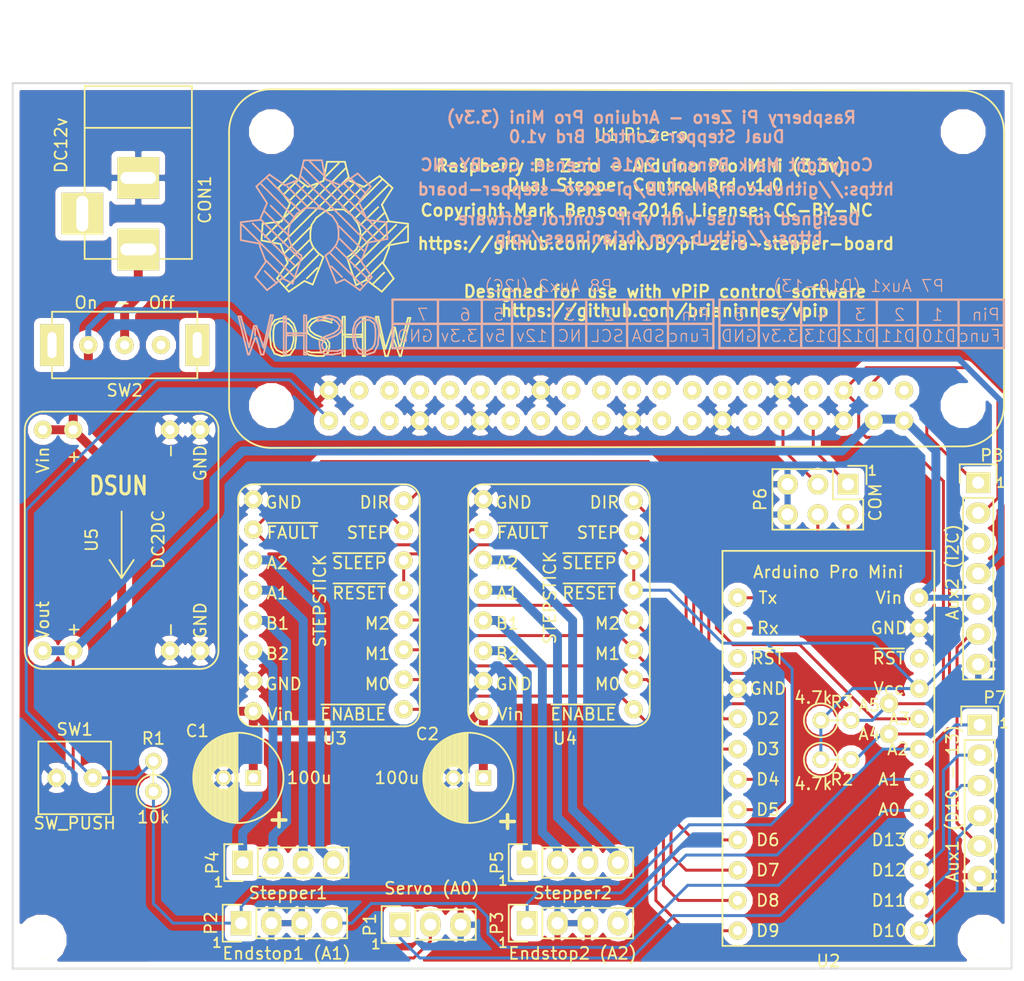
<source format=kicad_pcb>
(kicad_pcb (version 4) (host pcbnew 4.0.2-stable)
  (title_block (title "PiZero Arduino Stepper board") (date 2016-03-14) (rev v1.0) (comment 1 "Copyright Mark Benson 2016") (comment 2 "License: CC-BY-NC"))
  (layers (0 F.Cu signal) (31 B.Cu signal) (34 B.Paste user) (35 F.Paste user) (36 B.SilkS user) (37 F.SilkS user) (38 B.Mask user) (39 F.Mask user) (44 Edge.Cuts user))
  (net 0 "")
  (net 1 GND)
  (net 2 +12V)
  (net 3 "Net-(CON1-Pad3)")
  (net 4 /SERVO)
  (net 5 /VCC)
  (net 6 /ESTOP1)
  (net 7 /ESTOP2)
  (net 8 "Net-(P4-Pad1)")
  (net 9 "Net-(P4-Pad2)")
  (net 10 "Net-(P4-Pad3)")
  (net 11 "Net-(P4-Pad4)")
  (net 12 "Net-(P5-Pad1)")
  (net 13 "Net-(P5-Pad2)")
  (net 14 "Net-(P5-Pad3)")
  (net 15 "Net-(P5-Pad4)")
  (net 16 /PiTx)
  (net 17 /ArdRx)
  (net 18 /PiRx)
  (net 19 /ArdTx)
  (net 20 "Net-(U1-Pad1)")
  (net 21 "Net-(U1-Pad7)")
  (net 22 "Net-(U1-Pad11)")
  (net 23 "Net-(U1-Pad12)")
  (net 24 "Net-(U1-Pad13)")
  (net 25 "Net-(U1-Pad15)")
  (net 26 "Net-(U1-Pad16)")
  (net 27 "Net-(U1-Pad17)")
  (net 28 "Net-(U1-Pad18)")
  (net 29 "Net-(U1-Pad19)")
  (net 30 "Net-(U1-Pad21)")
  (net 31 "Net-(U1-Pad22)")
  (net 32 "Net-(U1-Pad23)")
  (net 33 "Net-(U1-Pad24)")
  (net 34 "Net-(U1-Pad26)")
  (net 35 "Net-(U1-Pad27)")
  (net 36 "Net-(U1-Pad28)")
  (net 37 "Net-(U1-Pad29)")
  (net 38 "Net-(U1-Pad31)")
  (net 39 "Net-(U1-Pad32)")
  (net 40 "Net-(U1-Pad33)")
  (net 41 "Net-(U1-Pad35)")
  (net 42 "Net-(U1-Pad36)")
  (net 43 "Net-(U1-Pad37)")
  (net 44 "Net-(U1-Pad38)")
  (net 45 "Net-(U2-Pad3)")
  (net 46 /DIR2)
  (net 47 /STEP2)
  (net 48 /DIR1)
  (net 49 /STEP1)
  (net 50 /M2)
  (net 51 /M1)
  (net 52 /M0)
  (net 53 /ENABLE)
  (net 54 /FAULT)
  (net 55 "Net-(U2-Pad22)")
  (net 56 /3v3)
  (net 57 /D10)
  (net 58 /D11)
  (net 59 /D12)
  (net 60 /D13)
  (net 61 "Net-(CON1-Pad1)")
  (net 62 /GPIO21)
  (net 63 "Net-(SW2-Pad3)")
  (net 64 /SDA)
  (net 65 /SCL)
  (net 66 "Net-(P8-Pad3)")
  (module custom:BARREL_JACK (layer F.Cu) (at 103.886 71.882 270)
    (fp_text reference CON1 (at 2.032 -5.588 450) (layer F.SilkS))
    (fp_text value DC12v (at -2.54 6.477 270) (layer F.SilkS))
    (pad 1 thru_hole rect (at 6.20014 0 270) (size 3.50012 3.50012) (drill oval 1.00076 2.99974) (layers *.Cu *.Mask F.SilkS) (net 61 "Net-(CON1-Pad1)"))
    (pad 2 thru_hole rect (at 0.20066 0 270) (size 3.50012 3.50012) (drill oval 1.00076 2.99974) (layers *.Cu *.Mask F.SilkS) (net 1 GND))
    (pad 3 thru_hole rect (at 3.2004 4.699 270) (size 3.50012 3.50012) (drill oval 2.99974 1.00076) (layers *.Cu *.Mask F.SilkS) (net 3 "Net-(CON1-Pad3)"))
  )
  (module Capacitors_ThroughHole:C_Radial_D7.5_L11.2_P2.5 (layer F.Cu) (at 113.538 122.428 180)
    (fp_text reference C1 (at 4.699 3.937 360) (layer F.SilkS))
    (fp_text value 100u (at -4.699 0 180) (layer F.SilkS))
    (pad 2 thru_hole circle (at 2.5 0 180) (size 1.3 1.3) (drill 0.8) (layers *.Cu *.Mask F.SilkS) (net 1 GND))
    (pad 1 thru_hole rect (at 0 0 180) (size 1.3 1.3) (drill 0.8) (layers *.Cu *.Mask F.SilkS) (net 2 +12V))
  )
  (module Capacitors_ThroughHole:C_Radial_D7.5_L11.2_P2.5 (layer F.Cu) (at 132.842 122.428 180)
    (fp_text reference C2 (at 4.699 3.683 360) (layer F.SilkS))
    (fp_text value 100u (at 7.239 0 180) (layer F.SilkS))
    (pad 2 thru_hole circle (at 2.5 0 180) (size 1.3 1.3) (drill 0.8) (layers *.Cu *.Mask F.SilkS) (net 1 GND))
    (pad 1 thru_hole rect (at 0 0 180) (size 1.3 1.3) (drill 0.8) (layers *.Cu *.Mask F.SilkS) (net 2 +12V))
  )
  (module Pin_Headers:Pin_Header_Straight_1x03 (layer F.Cu) (at 125.857 134.747 90)
    (fp_text reference P1 (at 0 -2.54 90) (layer F.SilkS))
    (fp_text value "Servo (A0)" (at 3.048 2.667 180) (layer F.SilkS))
    (pad 1 thru_hole rect (at 0 0 90) (size 2.032 1.7272) (drill 1.016) (layers *.Cu *.Mask F.SilkS) (net 4 /SERVO))
    (pad 2 thru_hole oval (at 0 2.54 90) (size 2.032 1.7272) (drill 1.016) (layers *.Cu *.Mask F.SilkS) (net 5 /VCC))
    (pad 3 thru_hole oval (at 0 5.08 90) (size 2.032 1.7272) (drill 1.016) (layers *.Cu *.Mask F.SilkS) (net 1 GND))
  )
  (module Pin_Headers:Pin_Header_Straight_1x04 (layer F.Cu) (at 112.522 134.62 90)
    (fp_text reference P2 (at 0 -2.54 90) (layer F.SilkS))
    (fp_text value "Endstop1 (A1)" (at -2.54 3.81 180) (layer F.SilkS))
    (pad 1 thru_hole rect (at 0 0 90) (size 2.032 1.7272) (drill 1.016) (layers *.Cu *.Mask F.SilkS) (net 56 /3v3))
    (pad 2 thru_hole oval (at 0 2.54 90) (size 2.032 1.7272) (drill 1.016) (layers *.Cu *.Mask F.SilkS) (net 1 GND))
    (pad 3 thru_hole oval (at 0 5.08 90) (size 2.032 1.7272) (drill 1.016) (layers *.Cu *.Mask F.SilkS) (net 1 GND))
    (pad 4 thru_hole oval (at 0 7.62 90) (size 2.032 1.7272) (drill 1.016) (layers *.Cu *.Mask F.SilkS) (net 6 /ESTOP1))
  )
  (module Pin_Headers:Pin_Header_Straight_1x04 (layer F.Cu) (at 136.525 134.62 90)
    (fp_text reference P3 (at 0 -2.54 90) (layer F.SilkS))
    (fp_text value "Endstop2 (A2)" (at -2.54 3.81 180) (layer F.SilkS))
    (pad 1 thru_hole rect (at 0 0 90) (size 2.032 1.7272) (drill 1.016) (layers *.Cu *.Mask F.SilkS) (net 56 /3v3))
    (pad 2 thru_hole oval (at 0 2.54 90) (size 2.032 1.7272) (drill 1.016) (layers *.Cu *.Mask F.SilkS) (net 1 GND))
    (pad 3 thru_hole oval (at 0 5.08 90) (size 2.032 1.7272) (drill 1.016) (layers *.Cu *.Mask F.SilkS) (net 1 GND))
    (pad 4 thru_hole oval (at 0 7.62 90) (size 2.032 1.7272) (drill 1.016) (layers *.Cu *.Mask F.SilkS) (net 7 /ESTOP2))
  )
  (module Pin_Headers:Pin_Header_Straight_1x04 (layer F.Cu) (at 112.649 129.54 90)
    (fp_text reference P4 (at 0 -2.54 90) (layer F.SilkS))
    (fp_text value Stepper1 (at -2.54 3.81 180) (layer F.SilkS))
    (pad 1 thru_hole rect (at 0 0 90) (size 2.032 1.7272) (drill 1.016) (layers *.Cu *.Mask F.SilkS) (net 8 "Net-(P4-Pad1)"))
    (pad 2 thru_hole oval (at 0 2.54 90) (size 2.032 1.7272) (drill 1.016) (layers *.Cu *.Mask F.SilkS) (net 9 "Net-(P4-Pad2)"))
    (pad 3 thru_hole oval (at 0 5.08 90) (size 2.032 1.7272) (drill 1.016) (layers *.Cu *.Mask F.SilkS) (net 10 "Net-(P4-Pad3)"))
    (pad 4 thru_hole oval (at 0 7.62 90) (size 2.032 1.7272) (drill 1.016) (layers *.Cu *.Mask F.SilkS) (net 11 "Net-(P4-Pad4)"))
  )
  (module Pin_Headers:Pin_Header_Straight_1x04 (layer F.Cu) (at 136.525 129.54 90)
    (fp_text reference P5 (at 0 -2.54 90) (layer F.SilkS))
    (fp_text value Stepper2 (at -2.54 3.81 180) (layer F.SilkS))
    (pad 1 thru_hole rect (at 0 0 90) (size 2.032 1.7272) (drill 1.016) (layers *.Cu *.Mask F.SilkS) (net 12 "Net-(P5-Pad1)"))
    (pad 2 thru_hole oval (at 0 2.54 90) (size 2.032 1.7272) (drill 1.016) (layers *.Cu *.Mask F.SilkS) (net 13 "Net-(P5-Pad2)"))
    (pad 3 thru_hole oval (at 0 5.08 90) (size 2.032 1.7272) (drill 1.016) (layers *.Cu *.Mask F.SilkS) (net 14 "Net-(P5-Pad3)"))
    (pad 4 thru_hole oval (at 0 7.62 90) (size 2.032 1.7272) (drill 1.016) (layers *.Cu *.Mask F.SilkS) (net 15 "Net-(P5-Pad4)"))
  )
  (module custom:Stepstick (layer F.Cu) (at 120.396 106.68)
    (fp_text reference U3 (at 0 12.446) (layer F.SilkS))
    (fp_text value STEPSTICK (at -1.27 0.889 90) (layer F.SilkS))
    (fp_text user DIR (at 3.302 -7.366) (layer F.SilkS))
    (fp_text user STEP (at 2.794 -4.826) (layer F.SilkS))
    (fp_text user ~SLEEP (at 2.032 -2.286) (layer F.SilkS))
    (fp_text user ~RESET (at 2.032 0.254) (layer F.SilkS))
    (fp_text user M2 (at 3.556 2.794) (layer F.SilkS))
    (fp_text user M1 (at 3.556 5.334) (layer F.SilkS))
    (fp_text user M0 (at 3.556 7.874) (layer F.SilkS))
    (fp_text user ~ENABLE (at 1.524 10.414) (layer F.SilkS))
    (fp_text user Vin (at -4.572 10.414) (layer F.SilkS))
    (fp_text user GND (at -4.318 7.874) (layer F.SilkS))
    (fp_text user B2 (at -4.826 5.334) (layer F.SilkS))
    (fp_text user B1 (at -4.826 2.794) (layer F.SilkS))
    (fp_text user A1 (at -4.826 0.254) (layer F.SilkS))
    (fp_text user A2 (at -4.826 -2.286) (layer F.SilkS))
    (fp_text user ~FAULT (at -3.556 -4.826) (layer F.SilkS))
    (fp_text user GND (at -4.318 -7.366) (layer F.SilkS))
    (pad 1 thru_hole circle (at -6.858 -7.62) (size 1.524 1.524) (drill 0.762) (layers *.Cu *.Mask F.SilkS) (net 1 GND))
    (pad 2 thru_hole circle (at -6.858 -5.08) (size 1.524 1.524) (drill 0.762) (layers *.Cu *.Mask F.SilkS) (net 54 /FAULT))
    (pad 3 thru_hole circle (at -6.858 -2.54) (size 1.524 1.524) (drill 0.762) (layers *.Cu *.Mask F.SilkS) (net 11 "Net-(P4-Pad4)"))
    (pad 4 thru_hole circle (at -6.858 0) (size 1.524 1.524) (drill 0.762) (layers *.Cu *.Mask F.SilkS) (net 10 "Net-(P4-Pad3)"))
    (pad 5 thru_hole circle (at -6.858 2.54) (size 1.524 1.524) (drill 0.762) (layers *.Cu *.Mask F.SilkS) (net 9 "Net-(P4-Pad2)"))
    (pad 6 thru_hole circle (at -6.858 5.08) (size 1.524 1.524) (drill 0.762) (layers *.Cu *.Mask F.SilkS) (net 8 "Net-(P4-Pad1)"))
    (pad 7 thru_hole circle (at -6.858 7.62) (size 1.524 1.524) (drill 0.762) (layers *.Cu *.Mask F.SilkS) (net 1 GND))
    (pad 8 thru_hole circle (at -6.858 10.16) (size 1.524 1.524) (drill 0.762) (layers *.Cu *.Mask F.SilkS) (net 2 +12V))
    (pad 9 thru_hole circle (at 5.762 10) (size 1.524 1.524) (drill 0.762) (layers *.Cu *.Mask F.SilkS) (net 53 /ENABLE))
    (pad 10 thru_hole circle (at 5.762 7.5) (size 1.524 1.524) (drill 0.762) (layers *.Cu *.Mask F.SilkS) (net 52 /M0))
    (pad 11 thru_hole circle (at 5.762 5) (size 1.524 1.524) (drill 0.762) (layers *.Cu *.Mask F.SilkS) (net 51 /M1))
    (pad 12 thru_hole circle (at 5.762 2.5) (size 1.524 1.524) (drill 0.762) (layers *.Cu *.Mask F.SilkS) (net 50 /M2))
    (pad 13 thru_hole circle (at 5.762 0) (size 1.524 1.524) (drill 0.762) (layers *.Cu *.Mask F.SilkS) (net 56 /3v3))
    (pad 14 thru_hole circle (at 5.762 -2.5) (size 1.524 1.524) (drill 0.762) (layers *.Cu *.Mask F.SilkS) (net 56 /3v3))
    (pad 15 thru_hole circle (at 5.762 -5) (size 1.524 1.524) (drill 0.762) (layers *.Cu *.Mask F.SilkS) (net 49 /STEP1))
    (pad 16 thru_hole circle (at 5.762 -7.5) (size 1.524 1.524) (drill 0.762) (layers *.Cu *.Mask F.SilkS) (net 48 /DIR1))
  )
  (module custom:Stepstick (layer F.Cu) (at 139.7 106.68)
    (fp_text reference U4 (at 0 12.446) (layer F.SilkS))
    (fp_text value STEPSTICK (at -1.27 0.635 90) (layer F.SilkS))
    (fp_text user DIR (at 3.302 -7.366) (layer F.SilkS))
    (fp_text user STEP (at 2.794 -4.826) (layer F.SilkS))
    (fp_text user ~SLEEP (at 2.032 -2.286) (layer F.SilkS))
    (fp_text user ~RESET (at 2.032 0.254) (layer F.SilkS))
    (fp_text user M2 (at 3.556 2.794) (layer F.SilkS))
    (fp_text user M1 (at 3.556 5.334) (layer F.SilkS))
    (fp_text user M0 (at 3.556 7.874) (layer F.SilkS))
    (fp_text user ~ENABLE (at 1.524 10.414) (layer F.SilkS))
    (fp_text user Vin (at -4.572 10.414) (layer F.SilkS))
    (fp_text user GND (at -4.318 7.874) (layer F.SilkS))
    (fp_text user B2 (at -4.826 5.334) (layer F.SilkS))
    (fp_text user B1 (at -4.826 2.794) (layer F.SilkS))
    (fp_text user A1 (at -4.826 0.254) (layer F.SilkS))
    (fp_text user A2 (at -4.826 -2.286) (layer F.SilkS))
    (fp_text user ~FAULT (at -3.556 -4.826) (layer F.SilkS))
    (fp_text user GND (at -4.318 -7.366) (layer F.SilkS))
    (pad 1 thru_hole circle (at -6.858 -7.62) (size 1.524 1.524) (drill 0.762) (layers *.Cu *.Mask F.SilkS) (net 1 GND))
    (pad 2 thru_hole circle (at -6.858 -5.08) (size 1.524 1.524) (drill 0.762) (layers *.Cu *.Mask F.SilkS) (net 54 /FAULT))
    (pad 3 thru_hole circle (at -6.858 -2.54) (size 1.524 1.524) (drill 0.762) (layers *.Cu *.Mask F.SilkS) (net 15 "Net-(P5-Pad4)"))
    (pad 4 thru_hole circle (at -6.858 0) (size 1.524 1.524) (drill 0.762) (layers *.Cu *.Mask F.SilkS) (net 14 "Net-(P5-Pad3)"))
    (pad 5 thru_hole circle (at -6.858 2.54) (size 1.524 1.524) (drill 0.762) (layers *.Cu *.Mask F.SilkS) (net 13 "Net-(P5-Pad2)"))
    (pad 6 thru_hole circle (at -6.858 5.08) (size 1.524 1.524) (drill 0.762) (layers *.Cu *.Mask F.SilkS) (net 12 "Net-(P5-Pad1)"))
    (pad 7 thru_hole circle (at -6.858 7.62) (size 1.524 1.524) (drill 0.762) (layers *.Cu *.Mask F.SilkS) (net 1 GND))
    (pad 8 thru_hole circle (at -6.858 10.16) (size 1.524 1.524) (drill 0.762) (layers *.Cu *.Mask F.SilkS) (net 2 +12V))
    (pad 9 thru_hole circle (at 5.762 10) (size 1.524 1.524) (drill 0.762) (layers *.Cu *.Mask F.SilkS) (net 53 /ENABLE))
    (pad 10 thru_hole circle (at 5.762 7.5) (size 1.524 1.524) (drill 0.762) (layers *.Cu *.Mask F.SilkS) (net 52 /M0))
    (pad 11 thru_hole circle (at 5.762 5) (size 1.524 1.524) (drill 0.762) (layers *.Cu *.Mask F.SilkS) (net 51 /M1))
    (pad 12 thru_hole circle (at 5.762 2.5) (size 1.524 1.524) (drill 0.762) (layers *.Cu *.Mask F.SilkS) (net 50 /M2))
    (pad 13 thru_hole circle (at 5.762 0) (size 1.524 1.524) (drill 0.762) (layers *.Cu *.Mask F.SilkS) (net 56 /3v3))
    (pad 14 thru_hole circle (at 5.762 -2.5) (size 1.524 1.524) (drill 0.762) (layers *.Cu *.Mask F.SilkS) (net 56 /3v3))
    (pad 15 thru_hole circle (at 5.762 -5) (size 1.524 1.524) (drill 0.762) (layers *.Cu *.Mask F.SilkS) (net 47 /STEP2))
    (pad 16 thru_hole circle (at 5.762 -7.5) (size 1.524 1.524) (drill 0.762) (layers *.Cu *.Mask F.SilkS) (net 46 /DIR2))
  )
  (module custom:DSUN_DC2DC (layer F.Cu) (at 102.489 102.616 270)
    (fp_text reference U5 (at -0.1524 2.5146 270) (layer F.SilkS))
    (fp_text value DC2DC (at -0.2032 -3.0734 270) (layer F.SilkS))
    (fp_text user - (at -7.62 -4.064 270) (layer F.SilkS))
    (fp_text user - (at 7.366 -4.064 270) (layer F.SilkS))
    (fp_text user + (at 7.366 4.064 270) (layer F.SilkS))
    (fp_text user + (at -7.112 4.064 270) (layer F.SilkS))
    (fp_text user Vout (at 6.604 6.604 270) (layer F.SilkS))
    (fp_text user Vin (at -6.858 6.604 270) (layer F.SilkS))
    (fp_text user GND (at 6.604 -6.604 270) (layer F.SilkS))
    (fp_text user GND (at -6.604 -6.604 270) (layer F.SilkS))
    (pad 1 thru_hole circle (at -9.398 -6.604 270) (size 1.524 1.524) (drill 0.762) (layers *.Cu *.Mask F.SilkS) (net 1 GND))
    (pad 2 thru_hole circle (at -9.398 -4.064 270) (size 1.524 1.524) (drill 0.762) (layers *.Cu *.Mask F.SilkS) (net 1 GND))
    (pad 3 thru_hole circle (at -9.398 4.064 270) (size 1.524 1.524) (drill 0.762) (layers *.Cu *.Mask F.SilkS) (net 2 +12V))
    (pad 4 thru_hole circle (at -9.398 6.604 270) (size 1.524 1.524) (drill 0.762) (layers *.Cu *.Mask F.SilkS) (net 2 +12V))
    (pad 8 thru_hole circle (at 9.144 -6.604 270) (size 1.524 1.524) (drill 0.762) (layers *.Cu *.Mask F.SilkS) (net 1 GND))
    (pad 7 thru_hole circle (at 9.144 -4.064 270) (size 1.524 1.524) (drill 0.762) (layers *.Cu *.Mask F.SilkS) (net 1 GND))
    (pad 6 thru_hole circle (at 9.144 4.064 270) (size 1.524 1.524) (drill 0.762) (layers *.Cu *.Mask F.SilkS) (net 5 /VCC))
    (pad 5 thru_hole circle (at 9.144 6.604 270) (size 1.524 1.524) (drill 0.762) (layers *.Cu *.Mask F.SilkS) (net 5 /VCC))
  )
  (module Mounting_Holes:MountingHole_3.2mm_M3 (layer F.Cu) (at 95.758 136.017)
    (fp_text reference M3_1 hide)
    (fp_text value MountingHole_3.2mm_M3 hide)
    (pad 1 np_thru_hole circle (at 0 0) (size 3.2 3.2) (drill 3.2) (layers *.Cu *.Mask F.SilkS))
  )
  (module Mounting_Holes:MountingHole_3.2mm_M3 (layer F.Cu) (at 174.752 136.017)
    (fp_text reference M3_2 hide)
    (fp_text value MountingHole_3.2mm_M3 hide)
    (pad 1 np_thru_hole circle (at 0 0) (size 3.2 3.2) (drill 3.2) (layers *.Cu *.Mask F.SilkS))
  )
  (module Pin_Headers:Pin_Header_Straight_1x06 (layer F.Cu) (at 174.498 117.983)
    (fp_text reference P7 (at 1.27 -2.286 180) (layer F.SilkS))
    (fp_text value "Aux1 (D10 - 13)" (at -2.286 6.604 270) (layer F.SilkS))
    (pad 1 thru_hole rect (at 0 0) (size 2.032 1.7272) (drill 1.016) (layers *.Cu *.Mask F.SilkS) (net 57 /D10))
    (pad 2 thru_hole oval (at 0 2.54) (size 2.032 1.7272) (drill 1.016) (layers *.Cu *.Mask F.SilkS) (net 58 /D11))
    (pad 3 thru_hole oval (at 0 5.08) (size 2.032 1.7272) (drill 1.016) (layers *.Cu *.Mask F.SilkS) (net 59 /D12))
    (pad 4 thru_hole oval (at 0 7.62) (size 2.032 1.7272) (drill 1.016) (layers *.Cu *.Mask F.SilkS) (net 60 /D13))
    (pad 5 thru_hole oval (at 0 10.16) (size 2.032 1.7272) (drill 1.016) (layers *.Cu *.Mask F.SilkS) (net 56 /3v3))
    (pad 6 thru_hole oval (at 0 12.7) (size 2.032 1.7272) (drill 1.016) (layers *.Cu *.Mask F.SilkS) (net 1 GND))
  )
  (module custom:TactSw (layer F.Cu) (at 98.552 122.428 180)
    (fp_text reference SW1 (at 0 4.064 180) (layer F.SilkS))
    (fp_text value SW_PUSH (at 0 -3.81 180) (layer F.SilkS))
    (pad 2 thru_hole circle (at 1.524 0 180) (size 1.524 1.524) (drill 0.762) (layers *.Cu *.Mask F.SilkS) (net 1 GND))
    (pad 1 thru_hole circle (at -1.524 0 180) (size 1.524 1.524) (drill 0.762) (layers *.Cu *.Mask F.SilkS) (net 62 /GPIO21))
  )
  (module custom:Pi_Zero (layer F.Cu) (at 144.018 81.534 180)
    (fp_text reference U1 (at 0.889 13.081 180) (layer F.SilkS))
    (fp_text value Pi_zero (at -3.302 13.081 180) (layer F.SilkS))
    (pad 1 thru_hole circle (at -24.13 -8.382 180) (size 1.524 1.524) (drill 0.762) (layers *.Cu *.Mask F.SilkS) (net 20 "Net-(U1-Pad1)"))
    (pad 2 thru_hole circle (at -24.13 -10.922 180) (size 1.524 1.524) (drill 0.762) (layers *.Cu *.Mask F.SilkS) (net 5 /VCC))
    (pad 3 thru_hole circle (at -21.59 -8.382 180) (size 1.524 1.524) (drill 0.762) (layers *.Cu *.Mask F.SilkS) (net 64 /SDA))
    (pad 4 thru_hole circle (at -21.59 -10.922 180) (size 1.524 1.524) (drill 0.762) (layers *.Cu *.Mask F.SilkS) (net 5 /VCC))
    (pad 5 thru_hole circle (at -19.05 -8.382 180) (size 1.524 1.524) (drill 0.762) (layers *.Cu *.Mask F.SilkS) (net 65 /SCL))
    (pad 6 thru_hole circle (at -19.05 -10.922 180) (size 1.524 1.524) (drill 0.762) (layers *.Cu *.Mask F.SilkS) (net 1 GND))
    (pad 7 thru_hole circle (at -16.51 -8.382 180) (size 1.524 1.524) (drill 0.762) (layers *.Cu *.Mask F.SilkS) (net 21 "Net-(U1-Pad7)"))
    (pad 8 thru_hole circle (at -16.51 -10.922 180) (size 1.524 1.524) (drill 0.762) (layers *.Cu *.Mask F.SilkS) (net 16 /PiTx))
    (pad 9 thru_hole circle (at -13.97 -8.382 180) (size 1.524 1.524) (drill 0.762) (layers *.Cu *.Mask F.SilkS) (net 1 GND))
    (pad 10 thru_hole circle (at -13.97 -10.922 180) (size 1.524 1.524) (drill 0.762) (layers *.Cu *.Mask F.SilkS) (net 18 /PiRx))
    (pad 11 thru_hole circle (at -11.43 -8.382 180) (size 1.524 1.524) (drill 0.762) (layers *.Cu *.Mask F.SilkS) (net 22 "Net-(U1-Pad11)"))
    (pad 12 thru_hole circle (at -11.43 -10.922 180) (size 1.524 1.524) (drill 0.762) (layers *.Cu *.Mask F.SilkS) (net 23 "Net-(U1-Pad12)"))
    (pad 13 thru_hole circle (at -8.89 -8.382 180) (size 1.524 1.524) (drill 0.762) (layers *.Cu *.Mask F.SilkS) (net 24 "Net-(U1-Pad13)"))
    (pad 14 thru_hole circle (at -8.89 -10.922 180) (size 1.524 1.524) (drill 0.762) (layers *.Cu *.Mask F.SilkS) (net 1 GND))
    (pad 15 thru_hole circle (at -6.35 -8.382 180) (size 1.524 1.524) (drill 0.762) (layers *.Cu *.Mask F.SilkS) (net 25 "Net-(U1-Pad15)"))
    (pad 16 thru_hole circle (at -6.35 -10.922 180) (size 1.524 1.524) (drill 0.762) (layers *.Cu *.Mask F.SilkS) (net 26 "Net-(U1-Pad16)"))
    (pad 17 thru_hole circle (at -3.81 -8.382 180) (size 1.524 1.524) (drill 0.762) (layers *.Cu *.Mask F.SilkS) (net 27 "Net-(U1-Pad17)"))
    (pad 18 thru_hole circle (at -3.81 -10.922 180) (size 1.524 1.524) (drill 0.762) (layers *.Cu *.Mask F.SilkS) (net 28 "Net-(U1-Pad18)"))
    (pad 19 thru_hole circle (at -1.27 -8.382 180) (size 1.524 1.524) (drill 0.762) (layers *.Cu *.Mask F.SilkS) (net 29 "Net-(U1-Pad19)"))
    (pad 20 thru_hole circle (at -1.27 -10.922 180) (size 1.524 1.524) (drill 0.762) (layers *.Cu *.Mask F.SilkS) (net 1 GND))
    (pad 21 thru_hole circle (at 1.27 -8.382 180) (size 1.524 1.524) (drill 0.762) (layers *.Cu *.Mask F.SilkS) (net 30 "Net-(U1-Pad21)"))
    (pad 22 thru_hole circle (at 1.27 -10.922 180) (size 1.524 1.524) (drill 0.762) (layers *.Cu *.Mask F.SilkS) (net 31 "Net-(U1-Pad22)"))
    (pad 23 thru_hole circle (at 3.81 -8.382 180) (size 1.524 1.524) (drill 0.762) (layers *.Cu *.Mask F.SilkS) (net 32 "Net-(U1-Pad23)"))
    (pad 24 thru_hole circle (at 3.81 -10.922 180) (size 1.524 1.524) (drill 0.762) (layers *.Cu *.Mask F.SilkS) (net 33 "Net-(U1-Pad24)"))
    (pad 25 thru_hole circle (at 6.35 -8.382 180) (size 1.524 1.524) (drill 0.762) (layers *.Cu *.Mask F.SilkS) (net 1 GND))
    (pad 26 thru_hole circle (at 6.35 -10.922 180) (size 1.524 1.524) (drill 0.762) (layers *.Cu *.Mask F.SilkS) (net 34 "Net-(U1-Pad26)"))
    (pad 27 thru_hole circle (at 8.89 -8.382 180) (size 1.524 1.524) (drill 0.762) (layers *.Cu *.Mask F.SilkS) (net 35 "Net-(U1-Pad27)"))
    (pad 28 thru_hole circle (at 8.89 -10.922 180) (size 1.524 1.524) (drill 0.762) (layers *.Cu *.Mask F.SilkS) (net 36 "Net-(U1-Pad28)"))
    (pad 29 thru_hole circle (at 11.43 -8.382 180) (size 1.524 1.524) (drill 0.762) (layers *.Cu *.Mask F.SilkS) (net 37 "Net-(U1-Pad29)"))
    (pad 30 thru_hole circle (at 11.43 -10.922 180) (size 1.524 1.524) (drill 0.762) (layers *.Cu *.Mask F.SilkS) (net 1 GND))
    (pad 31 thru_hole circle (at 13.97 -8.382 180) (size 1.524 1.524) (drill 0.762) (layers *.Cu *.Mask F.SilkS) (net 38 "Net-(U1-Pad31)"))
    (pad 32 thru_hole circle (at 13.97 -10.922 180) (size 1.524 1.524) (drill 0.762) (layers *.Cu *.Mask F.SilkS) (net 39 "Net-(U1-Pad32)"))
    (pad 33 thru_hole circle (at 16.51 -8.382 180) (size 1.524 1.524) (drill 0.762) (layers *.Cu *.Mask F.SilkS) (net 40 "Net-(U1-Pad33)"))
    (pad 34 thru_hole circle (at 16.51 -10.922 180) (size 1.524 1.524) (drill 0.762) (layers *.Cu *.Mask F.SilkS) (net 1 GND))
    (pad 35 thru_hole circle (at 19.05 -8.382 180) (size 1.524 1.524) (drill 0.762) (layers *.Cu *.Mask F.SilkS) (net 41 "Net-(U1-Pad35)"))
    (pad 36 thru_hole circle (at 19.05 -10.922 180) (size 1.524 1.524) (drill 0.762) (layers *.Cu *.Mask F.SilkS) (net 42 "Net-(U1-Pad36)"))
    (pad 37 thru_hole circle (at 21.59 -8.382 180) (size 1.524 1.524) (drill 0.762) (layers *.Cu *.Mask F.SilkS) (net 43 "Net-(U1-Pad37)"))
    (pad 38 thru_hole circle (at 21.59 -10.922 180) (size 1.524 1.524) (drill 0.762) (layers *.Cu *.Mask F.SilkS) (net 44 "Net-(U1-Pad38)"))
    (pad 39 thru_hole circle (at 24.13 -8.382 180) (size 1.524 1.524) (drill 0.762) (layers *.Cu *.Mask F.SilkS) (net 1 GND))
    (pad 40 thru_hole circle (at 24.13 -10.922 180) (size 1.524 1.524) (drill 0.762) (layers *.Cu *.Mask F.SilkS) (net 62 /GPIO21))
    (pad "" np_thru_hole circle (at -29.083 -9.652 180) (size 2.75 2.75) (drill 2.75) (layers *.Cu *.Mask F.SilkS))
    (pad "" np_thru_hole circle (at 28.956 -9.652 180) (size 2.75 2.75) (drill 2.75) (layers *.Cu *.Mask F.SilkS))
    (pad "" np_thru_hole circle (at -29.083 13.335 180) (size 2.75 2.75) (drill 2.75) (layers *.Cu *.Mask F.SilkS))
    (pad "" np_thru_hole circle (at 28.956 13.335 180) (size 2.75 2.75) (drill 2.75) (layers *.Cu *.Mask F.SilkS))
  )
  (module Discret:R1 (layer F.Cu) (at 105.156 122.301 90)
    (fp_text reference R1 (at 3.175 0 180) (layer F.SilkS))
    (fp_text value 10k (at -3.429 0 180) (layer F.SilkS))
    (pad 1 thru_hole circle (at -1.27 0 90) (size 1.397 1.397) (drill 0.8128) (layers *.Cu *.Mask F.SilkS) (net 56 /3v3))
    (pad 2 thru_hole circle (at 1.27 0 90) (size 1.397 1.397) (drill 0.8128) (layers *.Cu *.Mask F.SilkS) (net 62 /GPIO21))
  )
  (module Pin_Headers:Pin_Header_Straight_2x03 (layer F.Cu) (at 163.449 97.79 270)
    (fp_text reference P6 (at 1.27 7.366 450) (layer F.SilkS))
    (fp_text value COM (at 1.524 -2.286 270) (layer F.SilkS))
    (pad 1 thru_hole rect (at 0 0 270) (size 1.7272 1.7272) (drill 1.016) (layers *.Cu *.Mask F.SilkS) (net 16 /PiTx))
    (pad 2 thru_hole oval (at 2.54 0 270) (size 1.7272 1.7272) (drill 1.016) (layers *.Cu *.Mask F.SilkS) (net 17 /ArdRx))
    (pad 3 thru_hole oval (at 0 2.54 270) (size 1.7272 1.7272) (drill 1.016) (layers *.Cu *.Mask F.SilkS) (net 18 /PiRx))
    (pad 4 thru_hole oval (at 2.54 2.54 270) (size 1.7272 1.7272) (drill 1.016) (layers *.Cu *.Mask F.SilkS) (net 19 /ArdTx))
    (pad 5 thru_hole oval (at 0 5.08 270) (size 1.7272 1.7272) (drill 1.016) (layers *.Cu *.Mask F.SilkS) (net 1 GND))
    (pad 6 thru_hole oval (at 2.54 5.08 270) (size 1.7272 1.7272) (drill 1.016) (layers *.Cu *.Mask F.SilkS) (net 1 GND))
  )
  (module Symbols:Symbol_OSHW-Logo_SilkScreen_BIG (layer B.Cu) (at 118.491 57.404 180)
    (fp_text reference REF** hide)
    (fp_text value Symbol_OSHW-Logo_SilkScreen_BIG hide)
  )
  (module Symbols:Symbol_OSHW-Logo_SilkScreen_BIG (layer F.Cu) (at 120.523 57.531)
    (fp_text reference REF** hide)
    (fp_text value Symbol_OSHW-Logo_SilkScreen_BIG hide)
  )
  (module Pin_Headers:Pin_Header_Straight_1x07 (layer F.Cu) (at 174.371 97.663)
    (fp_text reference P8 (at 1.143 -2.286) (layer F.SilkS))
    (fp_text value "Aux2 (I2C)" (at -2.159 7.493 90) (layer F.SilkS))
    (pad 1 thru_hole rect (at 0 0) (size 2.032 1.7272) (drill 1.016) (layers *.Cu *.Mask F.SilkS) (net 64 /SDA))
    (pad 2 thru_hole oval (at 0 2.54) (size 2.032 1.7272) (drill 1.016) (layers *.Cu *.Mask F.SilkS) (net 65 /SCL))
    (pad 3 thru_hole oval (at 0 5.08) (size 2.032 1.7272) (drill 1.016) (layers *.Cu *.Mask F.SilkS) (net 66 "Net-(P8-Pad3)"))
    (pad 4 thru_hole oval (at 0 7.62) (size 2.032 1.7272) (drill 1.016) (layers *.Cu *.Mask F.SilkS) (net 2 +12V))
    (pad 5 thru_hole oval (at 0 10.16) (size 2.032 1.7272) (drill 1.016) (layers *.Cu *.Mask F.SilkS) (net 5 /VCC))
    (pad 6 thru_hole oval (at 0 12.7) (size 2.032 1.7272) (drill 1.016) (layers *.Cu *.Mask F.SilkS) (net 56 /3v3))
    (pad 7 thru_hole oval (at 0 15.24) (size 2.032 1.7272) (drill 1.016) (layers *.Cu *.Mask F.SilkS) (net 1 GND))
  )
  (module Discret:R1 (layer F.Cu) (at 162.433 120.904)
    (fp_text reference R2 (at 0.508 1.651) (layer F.SilkS))
    (fp_text value 4.7k (at -1.905 2.032) (layer F.SilkS))
    (pad 1 thru_hole circle (at -1.27 0) (size 1.397 1.397) (drill 0.8128) (layers *.Cu *.Mask F.SilkS) (net 56 /3v3))
    (pad 2 thru_hole circle (at 1.27 0) (size 1.397 1.397) (drill 0.8128) (layers *.Cu *.Mask F.SilkS) (net 64 /SDA))
  )
  (module Discret:R1 (layer F.Cu) (at 162.433 117.602)
    (fp_text reference R3 (at 0.508 -1.524) (layer F.SilkS))
    (fp_text value 4.7k (at -1.905 -1.905) (layer F.SilkS))
    (pad 1 thru_hole circle (at -1.27 0) (size 1.397 1.397) (drill 0.8128) (layers *.Cu *.Mask F.SilkS) (net 56 /3v3))
    (pad 2 thru_hole circle (at 1.27 0) (size 1.397 1.397) (drill 0.8128) (layers *.Cu *.Mask F.SilkS) (net 65 /SCL))
  )
  (module custom:SlideSw (layer F.Cu) (at 102.743 86.106)
    (fp_text reference SW2 (at 0 3.81) (layer F.SilkS))
    (fp_text value "On  -  Off" (at 0 -3.556) (layer F.SilkS))
    (pad 5 thru_hole rect (at 6.096 0) (size 2 3.5) (drill oval 0.762 2.2) (layers *.Cu *.Mask F.SilkS))
    (pad 2 thru_hole circle (at 0 0) (size 1.524 1.524) (drill 0.762) (layers *.Cu *.Mask F.SilkS) (net 61 "Net-(CON1-Pad1)"))
    (pad 3 thru_hole circle (at 3.048 0) (size 1.524 1.524) (drill 0.762) (layers *.Cu *.Mask F.SilkS) (net 63 "Net-(SW2-Pad3)"))
    (pad 1 thru_hole circle (at -3.048 0) (size 1.524 1.524) (drill 0.762) (layers *.Cu *.Mask F.SilkS) (net 2 +12V))
    (pad 4 thru_hole rect (at -6.096 0) (size 2 3.5) (drill oval 0.762 2.2) (layers *.Cu *.Mask F.SilkS))
  )
  (module custom:Arduino_Pro_Mini (layer F.Cu) (at 161.798 121.285)
    (fp_text reference U2 (at 0 16.51) (layer F.SilkS))
    (fp_text value Arduino_Pro_Mini_3v3_8MHz hide)
    (fp_text user A5 (at 3.429 -4.953) (layer F.SilkS))
    (fp_text user A4 (at 3.429 -2.54) (layer F.SilkS))
    (fp_text user "Arduino Pro Mini" (at 0 -16.129 180) (layer F.SilkS))
    (fp_text user Vin (at 5.08 -13.97) (layer F.SilkS))
    (fp_text user GND (at 5.08 -11.43) (layer F.SilkS))
    (fp_text user ~RST (at 5.08 -8.89) (layer F.SilkS))
    (fp_text user Vcc (at 5.08 -6.35) (layer F.SilkS))
    (fp_text user A3 (at 5.969 -3.81) (layer F.SilkS))
    (fp_text user A2 (at 5.842 -1.27) (layer F.SilkS))
    (fp_text user A1 (at 5.08 1.27) (layer F.SilkS))
    (fp_text user A0 (at 5.08 3.81) (layer F.SilkS))
    (fp_text user D13 (at 5.08 6.35) (layer F.SilkS))
    (fp_text user D12 (at 5.08 8.89) (layer F.SilkS))
    (fp_text user D11 (at 5.08 11.43) (layer F.SilkS))
    (fp_text user D10 (at 5.08 13.97) (layer F.SilkS))
    (fp_text user D9 (at -5.08 13.97) (layer F.SilkS))
    (fp_text user D8 (at -5.08 11.43) (layer F.SilkS))
    (fp_text user D7 (at -5.08 8.89) (layer F.SilkS))
    (fp_text user D6 (at -5.08 6.35) (layer F.SilkS))
    (fp_text user D5 (at -5.08 3.81) (layer F.SilkS))
    (fp_text user D4 (at -5.08 1.27) (layer F.SilkS))
    (fp_text user D3 (at -5.08 -1.27) (layer F.SilkS))
    (fp_text user D2 (at -5.08 -3.81) (layer F.SilkS))
    (fp_text user GND (at -5.08 -6.35) (layer F.SilkS))
    (fp_text user ~RST (at -5.08 -8.89) (layer F.SilkS))
    (fp_text user Rx (at -5.08 -11.43) (layer F.SilkS))
    (fp_text user Tx (at -5.08 -13.97) (layer F.SilkS))
    (pad 1 thru_hole circle (at -7.62 -13.97) (size 1.524 1.524) (drill 0.762) (layers *.Cu *.Mask F.SilkS) (net 19 /ArdTx))
    (pad 2 thru_hole circle (at -7.62 -11.43) (size 1.524 1.524) (drill 0.762) (layers *.Cu *.Mask F.SilkS) (net 17 /ArdRx))
    (pad 3 thru_hole circle (at -7.62 -8.89) (size 1.524 1.524) (drill 0.762) (layers *.Cu *.Mask F.SilkS) (net 45 "Net-(U2-Pad3)"))
    (pad 4 thru_hole circle (at -7.62 -6.35) (size 1.524 1.524) (drill 0.762) (layers *.Cu *.Mask F.SilkS) (net 1 GND))
    (pad 5 thru_hole circle (at -7.62 -3.81) (size 1.524 1.524) (drill 0.762) (layers *.Cu *.Mask F.SilkS) (net 46 /DIR2))
    (pad 6 thru_hole circle (at -7.62 -1.27) (size 1.524 1.524) (drill 0.762) (layers *.Cu *.Mask F.SilkS) (net 47 /STEP2))
    (pad 7 thru_hole circle (at -7.62 1.27) (size 1.524 1.524) (drill 0.762) (layers *.Cu *.Mask F.SilkS) (net 48 /DIR1))
    (pad 8 thru_hole circle (at -7.62 3.81) (size 1.524 1.524) (drill 0.762) (layers *.Cu *.Mask F.SilkS) (net 49 /STEP1))
    (pad 9 thru_hole circle (at -7.62 6.35) (size 1.524 1.524) (drill 0.762) (layers *.Cu *.Mask F.SilkS) (net 50 /M2))
    (pad 10 thru_hole circle (at -7.62 8.89) (size 1.524 1.524) (drill 0.762) (layers *.Cu *.Mask F.SilkS) (net 51 /M1))
    (pad 11 thru_hole circle (at -7.62 11.43) (size 1.524 1.524) (drill 0.762) (layers *.Cu *.Mask F.SilkS) (net 52 /M0))
    (pad 12 thru_hole circle (at -7.62 13.97) (size 1.524 1.524) (drill 0.762) (layers *.Cu *.Mask F.SilkS) (net 53 /ENABLE))
    (pad 13 thru_hole circle (at 7.62 13.97) (size 1.524 1.524) (drill 0.762) (layers *.Cu *.Mask F.SilkS) (net 60 /D13))
    (pad 14 thru_hole circle (at 7.62 11.43) (size 1.524 1.524) (drill 0.762) (layers *.Cu *.Mask F.SilkS) (net 59 /D12))
    (pad 15 thru_hole circle (at 7.62 8.89) (size 1.524 1.524) (drill 0.762) (layers *.Cu *.Mask F.SilkS) (net 58 /D11))
    (pad 16 thru_hole circle (at 7.62 6.35) (size 1.524 1.524) (drill 0.762) (layers *.Cu *.Mask F.SilkS) (net 57 /D10))
    (pad 17 thru_hole circle (at 7.62 3.81) (size 1.524 1.524) (drill 0.762) (layers *.Cu *.Mask F.SilkS) (net 4 /SERVO))
    (pad 18 thru_hole circle (at 7.62 1.27) (size 1.524 1.524) (drill 0.762) (layers *.Cu *.Mask F.SilkS) (net 6 /ESTOP1))
    (pad 19 thru_hole circle (at 7.62 -1.27) (size 1.524 1.524) (drill 0.762) (layers *.Cu *.Mask F.SilkS) (net 7 /ESTOP2))
    (pad 20 thru_hole circle (at 7.62 -3.81) (size 1.524 1.524) (drill 0.762) (layers *.Cu *.Mask F.SilkS) (net 54 /FAULT))
    (pad 21 thru_hole circle (at 7.62 -6.35) (size 1.524 1.524) (drill 0.762) (layers *.Cu *.Mask F.SilkS) (net 56 /3v3))
    (pad 22 thru_hole circle (at 7.62 -8.89) (size 1.524 1.524) (drill 0.762) (layers *.Cu *.Mask F.SilkS) (net 55 "Net-(U2-Pad22)"))
    (pad 23 thru_hole circle (at 7.62 -11.43) (size 1.524 1.524) (drill 0.762) (layers *.Cu *.Mask F.SilkS) (net 1 GND))
    (pad 24 thru_hole circle (at 7.62 -13.97) (size 1.524 1.524) (drill 0.762) (layers *.Cu *.Mask F.SilkS) (net 5 /VCC))
    (pad 25 thru_hole circle (at 5.08 -2.54) (size 1.524 1.524) (drill 0.762) (layers *.Cu *.Mask F.SilkS) (net 64 /SDA))
    (pad 26 thru_hole circle (at 5.08 -5.08) (size 1.524 1.524) (drill 0.762) (layers *.Cu *.Mask F.SilkS) (net 65 /SCL))
  )
  (gr_line (start 153.416 84.455) (end 152.654 84.455) (angle 90) (layer B.SilkS) (width 0.2))
  (gr_line (start 152.654 82.296) (end 153.416 82.296) (angle 90) (layer B.SilkS) (width 0.2))
  (gr_line (start 152.654 86.36) (end 152.654 82.296) (angle 90) (layer B.SilkS) (width 0.2))
  (gr_line (start 153.416 86.36) (end 152.654 86.36) (angle 90) (layer B.SilkS) (width 0.2))
  (gr_line (start 155.956 86.36) (end 155.956 82.296) (angle 90) (layer B.SilkS) (width 0.2))
  (gr_line (start 159.512 86.36) (end 159.512 82.296) (angle 90) (layer B.SilkS) (width 0.2))
  (gr_line (start 162.687 86.36) (end 162.687 82.423) (angle 90) (layer B.SilkS) (width 0.2))
  (gr_line (start 176.53 84.455) (end 153.416 84.455) (angle 90) (layer B.SilkS) (width 0.2))
  (gr_line (start 153.416 82.296) (end 176.53 82.296) (angle 90) (layer B.SilkS) (width 0.2))
  (gr_line (start 176.276 86.36) (end 153.416 86.36) (angle 90) (layer B.SilkS) (width 0.2))
  (gr_text "P7 Aux1 (D10-13)" (at 164.338 81.153) (layer B.SilkS) (effects (font (size 1 1) (thickness 0.1)) (justify mirror)))
  (gr_text Pin (at 175.006 83.566) (layer B.SilkS) (effects (font (size 1 1) (thickness 0.1)) (justify mirror)))
  (gr_text Func (at 174.498 85.344) (layer B.SilkS) (effects (font (size 1 1) (thickness 0.1)) (justify mirror)))
  (gr_text 1 (at 170.942 83.566) (layer B.SilkS) (effects (font (size 1 1) (thickness 0.1)) (justify mirror)))
  (gr_text D10 (at 171.069 85.344) (layer B.SilkS) (effects (font (size 1 1) (thickness 0.1)) (justify mirror)))
  (gr_text 2 (at 167.767 83.566) (layer B.SilkS) (effects (font (size 1 1) (thickness 0.1)) (justify mirror)))
  (gr_text D11 (at 167.64 85.344) (layer B.SilkS) (effects (font (size 1 1) (thickness 0.1)) (justify mirror)))
  (gr_text D12 (at 164.338 85.344) (layer B.SilkS) (effects (font (size 1 1) (thickness 0.1)) (justify mirror)))
  (gr_text D13 (at 161.163 85.344) (layer B.SilkS) (effects (font (size 1 1) (thickness 0.1)) (justify mirror)))
  (gr_text 3.3v (at 157.734 85.344) (layer B.SilkS) (effects (font (size 1 1) (thickness 0.1)) (justify mirror)))
  (gr_text GND (at 154.305 85.344) (layer B.SilkS) (effects (font (size 1 1) (thickness 0.1)) (justify mirror)))
  (gr_text 3 (at 164.465 83.566) (layer B.SilkS) (effects (font (size 1 1) (thickness 0.1)) (justify mirror)))
  (gr_text 4 (at 161.29 83.566) (layer B.SilkS) (effects (font (size 1 1) (thickness 0.1)) (justify mirror)))
  (gr_text 5 (at 157.861 83.566) (layer B.SilkS) (effects (font (size 1 1) (thickness 0.1)) (justify mirror)))
  (gr_text 6 (at 154.305 83.566) (layer B.SilkS) (effects (font (size 1 1) (thickness 0.1)) (justify mirror)))
  (gr_line (start 176.53 86.233) (end 176.53 82.296) (angle 90) (layer B.SilkS) (width 0.2))
  (gr_line (start 165.862 86.36) (end 165.862 82.296) (angle 90) (layer B.SilkS) (width 0.2))
  (gr_line (start 165.862 82.296) (end 165.735 82.296) (angle 90) (layer B.SilkS) (width 0.2))
  (gr_line (start 169.291 86.36) (end 169.291 82.296) (angle 90) (layer B.SilkS) (width 0.2))
  (gr_line (start 172.72 86.36) (end 172.72 82.296) (angle 90) (layer B.SilkS) (width 0.2))
  (gr_line (start 176.53 86.233) (end 176.53 86.36) (angle 90) (layer B.SilkS) (width 0.2))
  (gr_line (start 176.53 86.36) (end 176.276 86.36) (angle 90) (layer B.SilkS) (width 0.2))
  (gr_line (start 152.146 86.36) (end 151.892 86.36) (angle 90) (layer B.SilkS) (width 0.2))
  (gr_line (start 152.146 86.233) (end 152.146 86.36) (angle 90) (layer B.SilkS) (width 0.2))
  (gr_line (start 148.336 86.36) (end 148.336 82.296) (angle 90) (layer B.SilkS) (width 0.2))
  (gr_line (start 144.907 86.36) (end 144.907 82.296) (angle 90) (layer B.SilkS) (width 0.2))
  (gr_line (start 141.478 82.296) (end 141.351 82.296) (angle 90) (layer B.SilkS) (width 0.2))
  (gr_line (start 141.478 86.36) (end 141.478 82.296) (angle 90) (layer B.SilkS) (width 0.2))
  (gr_line (start 138.684 86.36) (end 138.684 82.296) (angle 90) (layer B.SilkS) (width 0.2))
  (gr_line (start 135.255 86.36) (end 135.255 82.296) (angle 90) (layer B.SilkS) (width 0.2))
  (gr_line (start 132.715 86.36) (end 132.715 82.296) (angle 90) (layer B.SilkS) (width 0.2))
  (gr_line (start 129.032 86.233) (end 129.032 82.296) (angle 90) (layer B.SilkS) (width 0.2))
  (gr_line (start 152.146 84.328) (end 125.222 84.328) (angle 90) (layer B.SilkS) (width 0.2))
  (gr_line (start 125.222 86.36) (end 152.146 86.36) (angle 90) (layer B.SilkS) (width 0.2))
  (gr_line (start 125.222 82.296) (end 125.222 86.36) (angle 90) (layer B.SilkS) (width 0.2))
  (gr_line (start 152.146 82.296) (end 125.222 82.296) (angle 90) (layer B.SilkS) (width 0.2))
  (gr_line (start 152.146 86.233) (end 152.146 82.296) (angle 90) (layer B.SilkS) (width 0.2))
  (gr_text 7 (at 127.762 83.566) (layer B.SilkS) (effects (font (size 1 1) (thickness 0.1)) (justify mirror)))
  (gr_text 6 (at 131.318 83.566) (layer B.SilkS) (effects (font (size 1 1) (thickness 0.1)) (justify mirror)))
  (gr_text 5 (at 134.112 83.566) (layer B.SilkS) (effects (font (size 1 1) (thickness 0.1)) (justify mirror)))
  (gr_text 4 (at 136.906 83.566) (layer B.SilkS) (effects (font (size 1 1) (thickness 0.1)) (justify mirror)))
  (gr_text 3 (at 140.081 83.566) (layer B.SilkS) (effects (font (size 1 1) (thickness 0.1)) (justify mirror)))
  (gr_text GND (at 127.127 85.344) (layer B.SilkS) (effects (font (size 1 1) (thickness 0.1)) (justify mirror)))
  (gr_text 3.3v (at 130.81 85.344) (layer B.SilkS) (effects (font (size 1 1) (thickness 0.1)) (justify mirror)))
  (gr_text 5v (at 133.858 85.344) (layer B.SilkS) (effects (font (size 1 1) (thickness 0.1)) (justify mirror)))
  (gr_text 12v (at 136.906 85.344) (layer B.SilkS) (effects (font (size 1 1) (thickness 0.1)) (justify mirror)))
  (gr_text NC (at 140.081 85.344) (layer B.SilkS) (effects (font (size 1 1) (thickness 0.1)) (justify mirror)))
  (gr_text SCL (at 143.256 85.344) (layer B.SilkS) (effects (font (size 1 1) (thickness 0.1)) (justify mirror)))
  (gr_text 2 (at 143.383 83.566) (layer B.SilkS) (effects (font (size 1 1) (thickness 0.1)) (justify mirror)))
  (gr_text SDA (at 146.685 85.344) (layer B.SilkS) (effects (font (size 1 1) (thickness 0.1)) (justify mirror)))
  (gr_text 1 (at 146.558 83.566) (layer B.SilkS) (effects (font (size 1 1) (thickness 0.1)) (justify mirror)))
  (gr_text Func (at 150.114 85.344) (layer B.SilkS) (effects (font (size 1 1) (thickness 0.1)) (justify mirror)))
  (gr_text Pin (at 150.622 83.566) (layer B.SilkS) (effects (font (size 1 1) (thickness 0.1)) (justify mirror)))
  (gr_text "P8 Aux2 (I2C)" (at 138.303 81.153) (layer B.SilkS) (effects (font (size 1 1) (thickness 0.1)) (justify mirror)))
  (gr_text 1 (at 176.276 97.663) (layer F.SilkS) (effects (font (size 0.8 0.8))))
  (gr_text "Designed for use with vPiP control software\nhttps://github.com/brianinnes/vpip" (at 148.082 82.423) (layer F.SilkS) (effects (font (size 1 1) (thickness 0.2))))
  (gr_text https://github.com/MarkJB/pi-zero-stepper-board (at 147.32 77.597) (layer F.SilkS) (effects (font (size 1 1) (thickness 0.2))))
  (gr_text "Copyright Mark Benson 2016 License: CC-BY-NC" (at 146.558 74.803) (layer F.SilkS) (effects (font (size 1 1) (thickness 0.2))))
  (gr_text "Raspberry Pi Zero - Arduino Pro Mini (3.3v) \nDual Stepper Control Brd v1.0" (at 146.431 71.882) (layer F.SilkS) (effects (font (size 1 1) (thickness 0.2))))
  (gr_text "Designed for use with vPiP control software\nhttps://github.com/brianinnes/vpip" (at 147.574 76.327) (layer B.SilkS) (effects (font (size 1 1) (thickness 0.2)) (justify mirror)))
  (gr_text 1 (at 110.617 131.191) (layer F.SilkS) (effects (font (size 0.8 0.8))))
  (gr_text 1 (at 110.49 136.271) (layer F.SilkS) (effects (font (size 0.8 0.8))))
  (gr_text 1 (at 123.825 136.398) (layer F.SilkS) (effects (font (size 0.8 0.8))))
  (gr_text 1 (at 134.493 131.064) (layer F.SilkS) (effects (font (size 0.8 0.8))))
  (gr_text 1 (at 134.493 136.271) (layer F.SilkS) (effects (font (size 0.8 0.8))))
  (gr_text 1 (at 176.53 117.856) (layer F.SilkS) (effects (font (size 0.8 0.8))))
  (gr_text 1 (at 165.481 96.647) (layer F.SilkS) (effects (font (size 0.8 0.8))))
  (gr_text DSUN (at 102.235 97.917) (layer F.SilkS) (effects (font (size 1.5 1.2) (thickness 0.25))))
  (gr_text + (at 115.697 125.857) (layer F.SilkS) (effects (font (size 1.5 1.5) (thickness 0.3))))
  (gr_text + (at 134.874 125.984) (layer F.SilkS) (effects (font (size 1.5 1.5) (thickness 0.3))))
  (gr_text https://github.com/MarkJB/pi-zero-stepper-board (at 147.32 73.025) (layer B.SilkS) (effects (font (size 1 1) (thickness 0.2)) (justify mirror)))
  (gr_text "Copyright Mark Benson 2016 License: CC-BY-NC" (at 146.558 70.993) (layer B.SilkS) (effects (font (size 1 1) (thickness 0.2)) (justify mirror)))
  (gr_text "Raspberry Pi Zero - Arduino Pro Mini (3.3v) \nDual Stepper Control Brd v1.0" (at 146.558 67.818) (layer B.SilkS) (effects (font (size 1 1) (thickness 0.2)) (justify mirror)))
  (gr_line (start 177.165 64.135) (end 177.165 138.43) (angle 90) (layer Edge.Cuts) (width 0.15))
  (gr_line (start 177.165 64.135) (end 93.345 64.135) (angle 90) (layer Edge.Cuts) (width 0.15))
  (gr_line (start 172.72 138.43) (end 177.165 138.43) (angle 90) (layer Edge.Cuts) (width 0.15))
  (gr_line (start 93.345 138.43) (end 172.72 138.43) (angle 90) (layer Edge.Cuts) (width 0.15))
  (gr_line (start 93.345 64.135) (end 93.345 138.43) (angle 90) (layer Edge.Cuts) (width 0.15))
  (segment (start 174.371 105.283) (end 174.625 105.283) (width 0.5) (layer B.Cu) (net 2))
  (segment (start 174.625 105.283) (end 176.276 103.632) (width 0.5) (layer B.Cu) (net 2))
  (segment (start 176.276 103.632) (end 176.276 90.805) (width 0.5) (layer B.Cu) (net 2))
  (segment (start 176.276 90.805) (end 172.72 87.249) (width 0.5) (layer B.Cu) (net 2))
  (segment (start 172.72 87.249) (end 115.443 87.249) (width 0.5) (layer B.Cu) (net 2))
  (segment (start 115.443 87.249) (end 111.379 83.185) (width 0.5) (layer B.Cu) (net 2))
  (segment (start 111.379 83.185) (end 101.219 83.185) (width 0.5) (layer B.Cu) (net 2))
  (segment (start 101.219 83.185) (end 99.695 84.709) (width 0.5) (layer B.Cu) (net 2))
  (segment (start 99.695 84.709) (end 99.695 86.106) (width 0.5) (layer B.Cu) (net 2))
  (segment (start 98.425 93.218) (end 98.425 91.059) (width 0.75) (layer F.Cu) (net 2))
  (segment (start 99.695 89.789) (end 99.695 86.233) (width 0.75) (layer F.Cu) (net 2))
  (segment (start 98.425 91.059) (end 99.695 89.789) (width 0.75) (layer F.Cu) (net 2))
  (segment (start 95.885 93.218) (end 98.425 93.218) (width 0.75) (layer F.Cu) (net 2))
  (segment (start 98.425 93.218) (end 102.489 97.282) (width 0.75) (layer F.Cu) (net 2))
  (segment (start 102.489 97.282) (end 102.489 113.665) (width 0.75) (layer F.Cu) (net 2))
  (segment (start 102.489 113.665) (end 105.664 116.84) (width 0.75) (layer F.Cu) (net 2))
  (segment (start 105.664 116.84) (end 113.538 116.84) (width 0.75) (layer F.Cu) (net 2))
  (segment (start 132.842 116.84) (end 132.842 122.428) (width 0.75) (layer F.Cu) (net 2))
  (segment (start 113.538 116.84) (end 113.538 122.428) (width 0.75) (layer F.Cu) (net 2))
  (segment (start 132.842 116.84) (end 132.588 116.84) (width 0.75) (layer F.Cu) (net 2))
  (segment (start 132.588 116.84) (end 130.937 118.491) (width 0.75) (layer F.Cu) (net 2))
  (segment (start 115.189 118.491) (end 113.538 116.84) (width 0.75) (layer F.Cu) (net 2))
  (segment (start 130.937 118.491) (end 115.189 118.491) (width 0.75) (layer F.Cu) (net 2))
  (segment (start 125.857 134.747) (end 125.857 135.89) (width 0.25) (layer B.Cu) (net 4))
  (segment (start 166.5605 125.1585) (end 169.3545 125.1585) (width 0.25) (layer B.Cu) (net 4))
  (segment (start 169.3545 125.1585) (end 169.418 125.095) (width 0.25) (layer B.Cu) (net 4))
  (segment (start 166.5605 125.1585) (end 157.734 133.985) (width 0.25) (layer B.Cu) (net 4))
  (segment (start 157.734 133.985) (end 148.844 133.985) (width 0.25) (layer B.Cu) (net 4))
  (segment (start 148.844 133.985) (end 145.288 137.541) (width 0.25) (layer B.Cu) (net 4))
  (segment (start 145.288 137.541) (end 127.508 137.541) (width 0.25) (layer B.Cu) (net 4))
  (segment (start 125.857 135.89) (end 127.508 137.541) (width 0.25) (layer B.Cu) (net 4))
  (segment (start 169.418 107.315) (end 173.863 107.315) (width 0.5) (layer B.Cu) (net 5))
  (segment (start 173.863 107.315) (end 174.371 107.823) (width 0.5) (layer B.Cu) (net 5))
  (segment (start 127 137.541) (end 105.664 137.541) (width 0.25) (layer F.Cu) (net 5))
  (segment (start 105.664 137.541) (end 98.425 130.302) (width 0.25) (layer F.Cu) (net 5))
  (segment (start 128.397 136.144) (end 127 137.541) (width 0.25) (layer F.Cu) (net 5))
  (segment (start 98.425 111.76) (end 98.425 113.538) (width 0.25) (layer F.Cu) (net 5))
  (segment (start 95.885 111.76) (end 98.425 111.76) (width 0.75) (layer B.Cu) (net 5))
  (segment (start 98.425 111.76) (end 110.236 99.949) (width 0.75) (layer B.Cu) (net 5))
  (segment (start 110.236 99.949) (end 110.236 97.409) (width 0.75) (layer B.Cu) (net 5))
  (segment (start 110.236 97.409) (end 112.649 94.996) (width 0.75) (layer B.Cu) (net 5))
  (segment (start 98.425 130.302) (end 98.425 113.538) (width 0.25) (layer F.Cu) (net 5))
  (segment (start 128.397 134.747) (end 128.397 136.144) (width 0.25) (layer F.Cu) (net 5))
  (segment (start 162.941 94.996) (end 165.608 92.329) (width 0.75) (layer B.Cu) (net 5))
  (segment (start 112.649 94.996) (end 162.941 94.996) (width 0.75) (layer B.Cu) (net 5))
  (segment (start 169.418 107.315) (end 170.815 105.918) (width 0.75) (layer B.Cu) (net 5))
  (segment (start 165.608 92.329) (end 168.148 92.329) (width 0.75) (layer B.Cu) (net 5))
  (segment (start 168.148 92.329) (end 170.815 94.996) (width 0.75) (layer B.Cu) (net 5))
  (segment (start 170.815 94.996) (end 170.815 105.918) (width 0.75) (layer B.Cu) (net 5))
  (segment (start 166.624 122.555) (end 169.418 122.555) (width 0.25) (layer B.Cu) (net 6))
  (segment (start 120.142 134.62) (end 121.793 134.62) (width 0.25) (layer B.Cu) (net 6))
  (segment (start 133.223 135.509) (end 134.366 136.652) (width 0.25) (layer B.Cu) (net 6))
  (segment (start 133.223 134.112) (end 133.223 135.509) (width 0.25) (layer B.Cu) (net 6))
  (segment (start 132.08 132.969) (end 133.223 134.112) (width 0.25) (layer B.Cu) (net 6))
  (segment (start 123.444 132.969) (end 132.08 132.969) (width 0.25) (layer B.Cu) (net 6))
  (segment (start 121.793 134.62) (end 123.444 132.969) (width 0.25) (layer B.Cu) (net 6))
  (segment (start 120.142 134.62) (end 120.142 135.001) (width 0.25) (layer B.Cu) (net 6))
  (segment (start 134.366 136.652) (end 144.78 136.652) (width 0.25) (layer B.Cu) (net 6))
  (segment (start 166.497 122.555) (end 166.624 122.555) (width 0.25) (layer B.Cu) (net 6))
  (segment (start 157.607 131.445) (end 166.497 122.555) (width 0.25) (layer B.Cu) (net 6))
  (segment (start 149.987 131.445) (end 157.607 131.445) (width 0.25) (layer B.Cu) (net 6))
  (segment (start 144.78 136.652) (end 149.987 131.445) (width 0.25) (layer B.Cu) (net 6))
  (segment (start 166.37 120.015) (end 169.418 120.015) (width 0.25) (layer B.Cu) (net 7))
  (segment (start 149.86 128.905) (end 144.145 134.62) (width 0.25) (layer B.Cu) (net 7))
  (segment (start 157.48 128.905) (end 149.86 128.905) (width 0.25) (layer B.Cu) (net 7))
  (segment (start 166.37 120.015) (end 157.48 128.905) (width 0.25) (layer B.Cu) (net 7))
  (segment (start 112.649 129.54) (end 112.649 127) (width 0.75) (layer B.Cu) (net 8))
  (segment (start 115.189 113.157) (end 113.792 111.76) (width 0.75) (layer B.Cu) (net 8))
  (segment (start 115.189 124.46) (end 115.189 113.157) (width 0.75) (layer B.Cu) (net 8))
  (segment (start 112.649 127) (end 115.189 124.46) (width 0.75) (layer B.Cu) (net 8))
  (segment (start 113.792 111.76) (end 113.538 111.76) (width 0.75) (layer B.Cu) (net 8))
  (segment (start 113.538 109.22) (end 114.554 109.22) (width 0.75) (layer B.Cu) (net 9))
  (segment (start 115.189 127.254) (end 115.189 129.54) (width 0.75) (layer B.Cu) (net 9))
  (segment (start 116.332 126.111) (end 115.189 127.254) (width 0.75) (layer B.Cu) (net 9))
  (segment (start 116.332 110.998) (end 116.332 126.111) (width 0.75) (layer B.Cu) (net 9))
  (segment (start 114.554 109.22) (end 116.332 110.998) (width 0.75) (layer B.Cu) (net 9))
  (segment (start 117.729 129.54) (end 117.729 109.22) (width 0.75) (layer B.Cu) (net 10))
  (segment (start 115.189 106.68) (end 113.538 106.68) (width 0.75) (layer B.Cu) (net 10))
  (segment (start 117.729 109.22) (end 115.189 106.68) (width 0.75) (layer B.Cu) (net 10))
  (segment (start 113.538 104.14) (end 115.062 104.14) (width 0.75) (layer B.Cu) (net 11))
  (segment (start 119.126 128.397) (end 120.269 129.54) (width 0.75) (layer B.Cu) (net 11))
  (segment (start 119.126 108.204) (end 119.126 128.397) (width 0.75) (layer B.Cu) (net 11))
  (segment (start 115.062 104.14) (end 119.126 108.204) (width 0.75) (layer B.Cu) (net 11))
  (segment (start 136.525 129.54) (end 136.525 113.665) (width 0.75) (layer B.Cu) (net 12))
  (segment (start 134.62 111.76) (end 132.842 111.76) (width 0.75) (layer B.Cu) (net 12))
  (segment (start 136.525 113.665) (end 134.62 111.76) (width 0.75) (layer B.Cu) (net 12))
  (segment (start 132.842 111.76) (end 133.35 111.76) (width 0.5) (layer F.Cu) (net 12))
  (segment (start 139.065 129.54) (end 139.065 128.27) (width 0.75) (layer B.Cu) (net 13))
  (segment (start 133.985 109.22) (end 132.842 109.22) (width 0.75) (layer B.Cu) (net 13))
  (segment (start 137.795 113.03) (end 133.985 109.22) (width 0.75) (layer B.Cu) (net 13))
  (segment (start 137.795 127) (end 137.795 113.03) (width 0.75) (layer B.Cu) (net 13))
  (segment (start 139.065 128.27) (end 137.795 127) (width 0.75) (layer B.Cu) (net 13))
  (segment (start 141.605 129.54) (end 141.605 128.27) (width 0.75) (layer B.Cu) (net 14))
  (segment (start 135.255 106.68) (end 132.842 106.68) (width 0.75) (layer B.Cu) (net 14))
  (segment (start 139.065 110.49) (end 135.255 106.68) (width 0.75) (layer B.Cu) (net 14))
  (segment (start 139.065 125.73) (end 139.065 110.49) (width 0.75) (layer B.Cu) (net 14))
  (segment (start 141.605 128.27) (end 139.065 125.73) (width 0.75) (layer B.Cu) (net 14))
  (segment (start 144.145 129.54) (end 144.145 128.905) (width 0.75) (layer B.Cu) (net 15))
  (segment (start 144.145 128.905) (end 140.335 125.095) (width 0.75) (layer B.Cu) (net 15))
  (segment (start 140.335 125.095) (end 140.335 109.22) (width 0.75) (layer B.Cu) (net 15))
  (segment (start 140.335 109.22) (end 135.255 104.14) (width 0.75) (layer B.Cu) (net 15))
  (segment (start 135.255 104.14) (end 132.842 104.14) (width 0.75) (layer B.Cu) (net 15))
  (segment (start 160.528 92.456) (end 160.528 94.869) (width 0.25) (layer F.Cu) (net 16))
  (segment (start 160.528 94.869) (end 163.449 97.79) (width 0.25) (layer F.Cu) (net 16))
  (segment (start 163.449 100.33) (end 163.449 101.727) (width 0.25) (layer F.Cu) (net 17))
  (segment (start 159.131 109.855) (end 163.449 105.537) (width 0.25) (layer F.Cu) (net 17))
  (segment (start 163.449 105.537) (end 163.449 101.727) (width 0.25) (layer F.Cu) (net 17))
  (segment (start 159.131 109.855) (end 154.178 109.855) (width 0.25) (layer F.Cu) (net 17))
  (segment (start 157.988 92.456) (end 157.988 94.869) (width 0.25) (layer F.Cu) (net 18))
  (segment (start 157.988 94.869) (end 160.909 97.79) (width 0.25) (layer F.Cu) (net 18))
  (segment (start 160.909 100.33) (end 160.909 101.727) (width 0.25) (layer F.Cu) (net 19))
  (segment (start 158.242 107.315) (end 160.909 104.648) (width 0.25) (layer F.Cu) (net 19))
  (segment (start 160.909 104.648) (end 160.909 101.727) (width 0.25) (layer F.Cu) (net 19))
  (segment (start 158.242 107.315) (end 154.178 107.315) (width 0.25) (layer F.Cu) (net 19))
  (segment (start 153.035 117.475) (end 154.178 117.475) (width 0.25) (layer F.Cu) (net 46))
  (segment (start 150.495 104.213) (end 145.462 99.18) (width 0.25) (layer F.Cu) (net 46))
  (segment (start 150.495 114.935) (end 150.495 104.213) (width 0.25) (layer F.Cu) (net 46))
  (segment (start 153.035 117.475) (end 150.495 114.935) (width 0.25) (layer F.Cu) (net 46))
  (segment (start 151.765 120.015) (end 154.178 120.015) (width 0.25) (layer F.Cu) (net 47))
  (segment (start 149.86 106.078) (end 145.462 101.68) (width 0.25) (layer F.Cu) (net 47))
  (segment (start 149.86 118.11) (end 149.86 106.078) (width 0.25) (layer F.Cu) (net 47))
  (segment (start 151.765 120.015) (end 149.86 118.11) (width 0.25) (layer F.Cu) (net 47))
  (segment (start 154.178 122.555) (end 155.575 122.555) (width 0.25) (layer F.Cu) (net 48))
  (segment (start 156.845 122.555) (end 157.48 121.92) (width 0.25) (layer F.Cu) (net 48))
  (segment (start 157.48 121.92) (end 157.48 116.84) (width 0.25) (layer F.Cu) (net 48))
  (segment (start 157.48 116.84) (end 156.845 116.205) (width 0.25) (layer F.Cu) (net 48))
  (segment (start 156.845 116.205) (end 153.035 116.205) (width 0.25) (layer F.Cu) (net 48))
  (segment (start 153.035 116.205) (end 151.13 114.3) (width 0.25) (layer F.Cu) (net 48))
  (segment (start 151.13 114.3) (end 151.13 103.505) (width 0.25) (layer F.Cu) (net 48))
  (segment (start 151.13 103.505) (end 147.32 99.695) (width 0.25) (layer F.Cu) (net 48))
  (segment (start 147.32 99.695) (end 147.32 99.06) (width 0.25) (layer F.Cu) (net 48))
  (segment (start 147.32 99.06) (end 145.415 97.155) (width 0.25) (layer F.Cu) (net 48))
  (segment (start 145.415 97.155) (end 128.651 97.155) (width 0.25) (layer F.Cu) (net 48))
  (segment (start 155.575 122.555) (end 156.845 122.555) (width 0.25) (layer F.Cu) (net 48))
  (segment (start 128.651 97.155) (end 126.626 99.18) (width 0.25) (layer F.Cu) (net 48))
  (segment (start 126.158 99.18) (end 126.626 99.18) (width 0.25) (layer F.Cu) (net 48))
  (segment (start 154.178 125.095) (end 155.575 125.095) (width 0.25) (layer F.Cu) (net 49))
  (segment (start 157.48 125.095) (end 158.115 124.46) (width 0.25) (layer F.Cu) (net 49))
  (segment (start 158.115 124.46) (end 158.115 114.935) (width 0.25) (layer F.Cu) (net 49))
  (segment (start 158.115 114.935) (end 156.845 113.665) (width 0.25) (layer F.Cu) (net 49))
  (segment (start 156.845 113.665) (end 153.035 113.665) (width 0.25) (layer F.Cu) (net 49))
  (segment (start 153.035 113.665) (end 151.765 112.395) (width 0.25) (layer F.Cu) (net 49))
  (segment (start 151.765 112.395) (end 151.765 102.87) (width 0.25) (layer F.Cu) (net 49))
  (segment (start 151.765 102.87) (end 148.59 99.695) (width 0.25) (layer F.Cu) (net 49))
  (segment (start 148.59 99.695) (end 148.59 99.06) (width 0.25) (layer F.Cu) (net 49))
  (segment (start 148.59 99.06) (end 146.05 96.52) (width 0.25) (layer F.Cu) (net 49))
  (segment (start 146.05 96.52) (end 126.365 96.52) (width 0.25) (layer F.Cu) (net 49))
  (segment (start 155.575 125.095) (end 157.48 125.095) (width 0.25) (layer F.Cu) (net 49))
  (segment (start 124.841 98.044) (end 126.365 96.52) (width 0.25) (layer F.Cu) (net 49))
  (segment (start 124.841 100.203) (end 124.841 98.044) (width 0.25) (layer F.Cu) (net 49))
  (segment (start 124.841 100.203) (end 126.158 101.52) (width 0.25) (layer F.Cu) (net 49))
  (segment (start 126.158 101.68) (end 126.158 101.52) (width 0.25) (layer F.Cu) (net 49))
  (segment (start 154.178 127.635) (end 150.495 127.635) (width 0.25) (layer F.Cu) (net 50))
  (segment (start 126.158 109.18) (end 130.469 109.18) (width 0.25) (layer F.Cu) (net 50))
  (segment (start 144.232 107.95) (end 145.462 109.18) (width 0.25) (layer F.Cu) (net 50))
  (segment (start 131.699 107.95) (end 144.232 107.95) (width 0.25) (layer F.Cu) (net 50))
  (segment (start 130.469 109.18) (end 131.699 107.95) (width 0.25) (layer F.Cu) (net 50))
  (segment (start 145.462 109.18) (end 145.462 109.267) (width 0.25) (layer F.Cu) (net 50))
  (segment (start 145.462 109.267) (end 149.225 113.03) (width 0.25) (layer F.Cu) (net 50))
  (segment (start 149.225 126.365) (end 150.495 127.635) (width 0.25) (layer F.Cu) (net 50))
  (segment (start 149.225 113.03) (end 149.225 126.365) (width 0.25) (layer F.Cu) (net 50))
  (segment (start 149.86 130.175) (end 154.178 130.175) (width 0.25) (layer F.Cu) (net 51))
  (segment (start 126.158 111.68) (end 130.636 111.68) (width 0.25) (layer F.Cu) (net 51))
  (segment (start 144.272 110.49) (end 145.462 111.68) (width 0.25) (layer F.Cu) (net 51))
  (segment (start 131.826 110.49) (end 144.272 110.49) (width 0.25) (layer F.Cu) (net 51))
  (segment (start 130.636 111.68) (end 131.826 110.49) (width 0.25) (layer F.Cu) (net 51))
  (segment (start 145.462 111.68) (end 145.462 111.807) (width 0.25) (layer F.Cu) (net 51))
  (segment (start 145.462 111.807) (end 148.59 114.935) (width 0.25) (layer F.Cu) (net 51))
  (segment (start 148.59 128.905) (end 149.86 130.175) (width 0.25) (layer F.Cu) (net 51))
  (segment (start 148.59 114.935) (end 148.59 128.905) (width 0.25) (layer F.Cu) (net 51))
  (segment (start 149.225 132.715) (end 154.178 132.715) (width 0.25) (layer F.Cu) (net 52))
  (segment (start 126.158 114.18) (end 130.93 114.18) (width 0.25) (layer F.Cu) (net 52))
  (segment (start 144.312 113.03) (end 145.462 114.18) (width 0.25) (layer F.Cu) (net 52))
  (segment (start 132.08 113.03) (end 144.312 113.03) (width 0.25) (layer F.Cu) (net 52))
  (segment (start 130.93 114.18) (end 132.08 113.03) (width 0.25) (layer F.Cu) (net 52))
  (segment (start 145.462 114.18) (end 146.565 114.18) (width 0.25) (layer F.Cu) (net 52))
  (segment (start 147.955 131.445) (end 149.225 132.715) (width 0.25) (layer F.Cu) (net 52))
  (segment (start 147.955 115.57) (end 147.955 131.445) (width 0.25) (layer F.Cu) (net 52))
  (segment (start 146.565 114.18) (end 147.955 115.57) (width 0.25) (layer F.Cu) (net 52))
  (segment (start 149.86 135.255) (end 154.178 135.255) (width 0.25) (layer F.Cu) (net 53))
  (segment (start 126.158 116.68) (end 130.843 116.68) (width 0.25) (layer F.Cu) (net 53))
  (segment (start 144.352 115.57) (end 145.462 116.68) (width 0.25) (layer F.Cu) (net 53))
  (segment (start 131.953 115.57) (end 144.352 115.57) (width 0.25) (layer F.Cu) (net 53))
  (segment (start 130.843 116.68) (end 131.953 115.57) (width 0.25) (layer F.Cu) (net 53))
  (segment (start 147.32 118.538) (end 145.462 116.68) (width 0.25) (layer F.Cu) (net 53))
  (segment (start 147.32 132.715) (end 147.32 118.538) (width 0.25) (layer F.Cu) (net 53))
  (segment (start 149.86 135.255) (end 147.32 132.715) (width 0.25) (layer F.Cu) (net 53))
  (segment (start 165.608 117.475) (end 169.418 117.475) (width 0.25) (layer F.Cu) (net 54))
  (segment (start 119.253 95.885) (end 113.538 101.6) (width 0.25) (layer F.Cu) (net 54))
  (segment (start 146.685 95.885) (end 119.253 95.885) (width 0.25) (layer F.Cu) (net 54))
  (segment (start 149.733 98.933) (end 146.685 95.885) (width 0.25) (layer F.Cu) (net 54))
  (segment (start 149.733 99.695) (end 149.733 98.933) (width 0.25) (layer F.Cu) (net 54))
  (segment (start 152.4 102.362) (end 149.733 99.695) (width 0.25) (layer F.Cu) (net 54))
  (segment (start 152.4 109.855) (end 152.4 102.362) (width 0.25) (layer F.Cu) (net 54))
  (segment (start 153.797 111.252) (end 152.4 109.855) (width 0.25) (layer F.Cu) (net 54))
  (segment (start 159.385 111.252) (end 153.797 111.252) (width 0.25) (layer F.Cu) (net 54))
  (segment (start 165.608 117.475) (end 159.385 111.252) (width 0.25) (layer F.Cu) (net 54))
  (segment (start 132.842 101.6) (end 131.826 101.6) (width 0.25) (layer F.Cu) (net 54))
  (segment (start 114.808 102.87) (end 113.538 101.6) (width 0.25) (layer F.Cu) (net 54))
  (segment (start 130.556 102.87) (end 114.808 102.87) (width 0.25) (layer F.Cu) (net 54))
  (segment (start 131.826 101.6) (end 130.556 102.87) (width 0.25) (layer F.Cu) (net 54))
  (segment (start 113.538 101.6) (end 113.538 101.727) (width 0.25) (layer F.Cu) (net 54))
  (segment (start 161.163 120.904) (end 161.163 117.602) (width 0.25) (layer B.Cu) (net 56))
  (segment (start 161.163 117.602) (end 163.83 114.935) (width 0.25) (layer B.Cu) (net 56))
  (segment (start 163.83 114.935) (end 169.418 114.935) (width 0.25) (layer B.Cu) (net 56))
  (segment (start 174.371 110.363) (end 173.736 110.363) (width 0.25) (layer F.Cu) (net 56))
  (segment (start 173.736 110.363) (end 172.593 111.506) (width 0.25) (layer F.Cu) (net 56))
  (segment (start 172.593 126.238) (end 174.498 128.143) (width 0.25) (layer F.Cu) (net 56))
  (segment (start 172.593 111.506) (end 172.593 126.238) (width 0.25) (layer F.Cu) (net 56))
  (segment (start 169.418 114.935) (end 169.799 114.935) (width 0.25) (layer B.Cu) (net 56))
  (segment (start 169.799 114.935) (end 174.371 110.363) (width 0.25) (layer B.Cu) (net 56))
  (segment (start 158.75 124.587) (end 158.75 113.284) (width 0.25) (layer B.Cu) (net 56))
  (segment (start 158.75 113.284) (end 156.591 111.125) (width 0.25) (layer B.Cu) (net 56))
  (segment (start 105.156 123.571) (end 105.156 130.13436) (width 0.25) (layer B.Cu) (net 56))
  (segment (start 106.807 134.62) (end 105.156 132.969) (width 0.25) (layer B.Cu) (net 56))
  (segment (start 105.156 132.969) (end 105.156 130.13436) (width 0.25) (layer B.Cu) (net 56))
  (segment (start 106.807 134.62) (end 112.522 134.62) (width 0.25) (layer B.Cu) (net 56))
  (segment (start 144.399 132.08) (end 137.414 132.08) (width 0.25) (layer B.Cu) (net 56))
  (segment (start 150.114 126.365) (end 144.399 132.08) (width 0.25) (layer B.Cu) (net 56))
  (segment (start 156.972 126.365) (end 150.114 126.365) (width 0.25) (layer B.Cu) (net 56))
  (segment (start 158.75 124.587) (end 156.972 126.365) (width 0.25) (layer B.Cu) (net 56))
  (segment (start 145.462 106.68) (end 148.463 106.68) (width 0.25) (layer B.Cu) (net 56))
  (segment (start 148.463 106.68) (end 152.908 111.125) (width 0.25) (layer B.Cu) (net 56))
  (segment (start 152.908 111.125) (end 156.591 111.125) (width 0.25) (layer B.Cu) (net 56))
  (segment (start 165.608 111.125) (end 169.418 114.935) (width 0.25) (layer B.Cu) (net 56))
  (segment (start 156.591 111.125) (end 165.608 111.125) (width 0.25) (layer B.Cu) (net 56))
  (segment (start 112.522 134.62) (end 112.522 133.223) (width 0.25) (layer B.Cu) (net 56))
  (segment (start 112.522 133.223) (end 113.665 132.08) (width 0.25) (layer B.Cu) (net 56))
  (segment (start 113.665 132.08) (end 137.414 132.08) (width 0.25) (layer B.Cu) (net 56))
  (segment (start 126.158 106.68) (end 126.158 104.18) (width 0.25) (layer F.Cu) (net 56))
  (segment (start 126.158 104.18) (end 126.706 103.632) (width 0.25) (layer F.Cu) (net 56))
  (segment (start 126.706 103.632) (end 131.572 103.632) (width 0.25) (layer F.Cu) (net 56))
  (segment (start 131.572 103.632) (end 132.334 102.87) (width 0.25) (layer F.Cu) (net 56))
  (segment (start 132.334 102.87) (end 144.152 102.87) (width 0.25) (layer F.Cu) (net 56))
  (segment (start 144.152 102.87) (end 145.462 104.18) (width 0.25) (layer F.Cu) (net 56))
  (segment (start 136.525 132.969) (end 136.525 134.62) (width 0.25) (layer B.Cu) (net 56))
  (segment (start 137.414 132.08) (end 136.525 132.969) (width 0.25) (layer B.Cu) (net 56))
  (segment (start 136.525 134.62) (end 135.89 134.62) (width 0.25) (layer B.Cu) (net 56))
  (segment (start 145.462 106.68) (end 145.462 104.18) (width 0.25) (layer F.Cu) (net 56))
  (segment (start 169.418 127.635) (end 169.926 127.635) (width 0.25) (layer B.Cu) (net 57))
  (segment (start 169.926 127.635) (end 170.942 126.619) (width 0.25) (layer B.Cu) (net 57))
  (segment (start 170.942 126.619) (end 170.942 119.507) (width 0.25) (layer B.Cu) (net 57))
  (segment (start 170.942 119.507) (end 172.466 117.983) (width 0.25) (layer B.Cu) (net 57))
  (segment (start 172.466 117.983) (end 174.498 117.983) (width 0.25) (layer B.Cu) (net 57))
  (segment (start 169.418 130.175) (end 169.672 130.175) (width 0.25) (layer B.Cu) (net 58))
  (segment (start 169.672 130.175) (end 171.45 128.397) (width 0.25) (layer B.Cu) (net 58))
  (segment (start 171.45 128.397) (end 171.45 121.793) (width 0.25) (layer B.Cu) (net 58))
  (segment (start 171.45 121.793) (end 172.72 120.523) (width 0.25) (layer B.Cu) (net 58))
  (segment (start 172.72 120.523) (end 174.498 120.523) (width 0.25) (layer B.Cu) (net 58))
  (segment (start 169.418 132.715) (end 169.545 132.715) (width 0.25) (layer B.Cu) (net 59))
  (segment (start 169.545 132.715) (end 171.958 130.302) (width 0.25) (layer B.Cu) (net 59))
  (segment (start 171.958 130.302) (end 171.958 124.079) (width 0.25) (layer B.Cu) (net 59))
  (segment (start 171.958 124.079) (end 172.974 123.063) (width 0.25) (layer B.Cu) (net 59))
  (segment (start 172.974 123.063) (end 174.498 123.063) (width 0.25) (layer B.Cu) (net 59))
  (segment (start 169.418 135.255) (end 169.418 135.128) (width 0.25) (layer B.Cu) (net 60))
  (segment (start 169.418 135.128) (end 172.593 131.953) (width 0.25) (layer B.Cu) (net 60))
  (segment (start 172.593 131.953) (end 172.593 127.508) (width 0.25) (layer B.Cu) (net 60))
  (segment (start 172.593 127.508) (end 174.498 125.603) (width 0.25) (layer B.Cu) (net 60))
  (segment (start 102.743 86.233) (end 102.743 83.185) (width 0.75) (layer F.Cu) (net 61))
  (segment (start 103.886 82.042) (end 103.886 78.08214) (width 0.75) (layer F.Cu) (net 61))
  (segment (start 102.743 83.185) (end 103.886 82.042) (width 0.75) (layer F.Cu) (net 61))
  (segment (start 102.89286 78.08214) (end 103.886 78.08214) (width 0.75) (layer B.Cu) (net 61))
  (segment (start 100.076 122.428) (end 103.759 122.428) (width 0.25) (layer B.Cu) (net 62))
  (segment (start 103.759 122.428) (end 105.156 121.031) (width 0.25) (layer B.Cu) (net 62))
  (segment (start 119.888 92.456) (end 119.888 92.329) (width 0.25) (layer B.Cu) (net 62))
  (segment (start 119.888 92.329) (end 116.586 89.027) (width 0.25) (layer B.Cu) (net 62))
  (segment (start 116.586 89.027) (end 105.41 89.027) (width 0.25) (layer B.Cu) (net 62))
  (segment (start 105.41 89.027) (end 94.488 99.949) (width 0.25) (layer B.Cu) (net 62))
  (segment (start 94.488 99.949) (end 94.488 116.84) (width 0.25) (layer B.Cu) (net 62))
  (segment (start 94.488 116.84) (end 100.076 122.428) (width 0.25) (layer B.Cu) (net 62))
  (segment (start 163.703 120.904) (end 164.084 120.904) (width 0.25) (layer B.Cu) (net 64))
  (segment (start 164.084 120.904) (end 166.243 118.745) (width 0.25) (layer B.Cu) (net 64))
  (segment (start 166.243 118.745) (end 166.878 118.745) (width 0.25) (layer B.Cu) (net 64))
  (segment (start 174.371 97.663) (end 174.117 97.663) (width 0.25) (layer F.Cu) (net 64))
  (segment (start 174.117 97.663) (end 171.958 95.504) (width 0.25) (layer F.Cu) (net 64))
  (segment (start 166.878 118.745) (end 170.307 118.745) (width 0.25) (layer F.Cu) (net 64))
  (segment (start 170.307 118.745) (end 171.958 117.094) (width 0.25) (layer F.Cu) (net 64))
  (segment (start 171.958 117.094) (end 171.958 95.504) (width 0.25) (layer F.Cu) (net 64))
  (segment (start 171.958 95.504) (end 170.053 93.599) (width 0.25) (layer F.Cu) (net 64))
  (segment (start 170.053 93.599) (end 170.053 89.789) (width 0.25) (layer F.Cu) (net 64))
  (segment (start 169.799 89.535) (end 170.053 89.789) (width 0.25) (layer F.Cu) (net 64))
  (segment (start 169.799 89.535) (end 168.783 88.519) (width 0.25) (layer F.Cu) (net 64))
  (segment (start 168.783 88.519) (end 166.243 88.519) (width 0.25) (layer F.Cu) (net 64))
  (segment (start 166.243 88.519) (end 165.608 89.154) (width 0.25) (layer F.Cu) (net 64))
  (segment (start 165.608 89.154) (end 165.608 89.916) (width 0.25) (layer F.Cu) (net 64))
  (segment (start 163.703 117.602) (end 165.481 117.602) (width 0.25) (layer B.Cu) (net 65))
  (segment (start 165.481 117.602) (end 166.878 116.205) (width 0.25) (layer B.Cu) (net 65))
  (segment (start 174.371 100.203) (end 174.752 100.203) (width 0.25) (layer F.Cu) (net 65))
  (segment (start 174.752 100.203) (end 176.022 98.933) (width 0.25) (layer F.Cu) (net 65))
  (segment (start 176.022 98.933) (end 176.022 90.678) (width 0.25) (layer F.Cu) (net 65))
  (segment (start 176.022 90.678) (end 173.355 88.011) (width 0.25) (layer F.Cu) (net 65))
  (segment (start 173.355 88.011) (end 164.973 88.011) (width 0.25) (layer F.Cu) (net 65))
  (segment (start 164.973 88.011) (end 163.068 89.916) (width 0.25) (layer F.Cu) (net 65))
  (segment (start 166.878 116.205) (end 170.307 116.205) (width 0.25) (layer F.Cu) (net 65))
  (segment (start 164.338 91.186) (end 163.068 89.916) (width 0.25) (layer F.Cu) (net 65))
  (segment (start 164.338 93.218) (end 164.338 91.186) (width 0.25) (layer F.Cu) (net 65))
  (segment (start 164.973 93.853) (end 164.338 93.218) (width 0.25) (layer F.Cu) (net 65))
  (segment (start 167.767 93.853) (end 164.973 93.853) (width 0.25) (layer F.Cu) (net 65))
  (segment (start 171.45 97.536) (end 167.767 93.853) (width 0.25) (layer F.Cu) (net 65))
  (segment (start 171.45 115.062) (end 171.45 97.536) (width 0.25) (layer F.Cu) (net 65))
  (segment (start 170.307 116.205) (end 171.45 115.062) (width 0.25) (layer F.Cu) (net 65))
  (zone (net 1) (net_name GND) (layer B.Cu) (connect_pads (clearance 0.508)) (min_thickness 0.254) (fill yes (arc_segments 16) (thermal_gap 0.508) (thermal_bridge_width 0.508))
    (polygon (pts (xy 177.165 138.43) (xy 93.345 138.43) (xy 93.345 64.135) (xy 177.165 64.135) (xy 177.165 138.43)))
  )
  (zone (net 1) (net_name GND) (layer F.Cu) (connect_pads (clearance 0.508)) (min_thickness 0.254) (fill yes (arc_segments 16) (thermal_gap 0.508) (thermal_bridge_width 0.508))
    (polygon (pts (xy 177.165 138.43) (xy 93.345 138.43) (xy 93.345 64.135) (xy 177.165 64.135) (xy 177.165 138.43)))
  )
)
</source>
